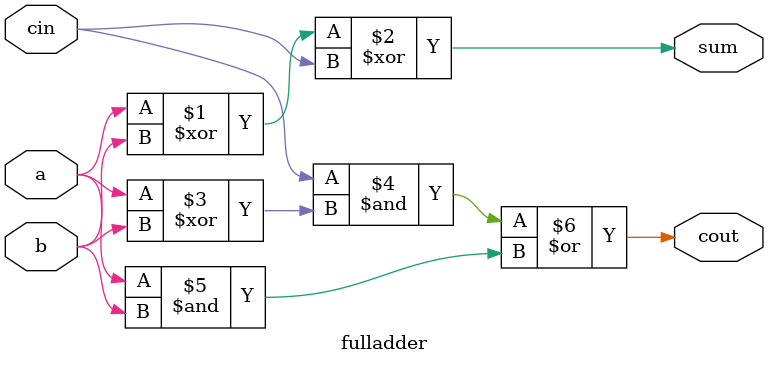
<source format=v>
module fulladder(a,b,cin,sum,cout);
  input a,b,cin;
  output sum,cout;
  assign sum=a ^ b ^ cin;
  assign cout=(cin & (a ^ b)) |(a & b);
  endmodule

</source>
